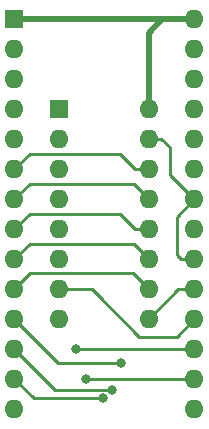
<source format=gbr>
G04 #@! TF.GenerationSoftware,KiCad,Pcbnew,(5.1.4)-1*
G04 #@! TF.CreationDate,2021-03-20T01:01:25-04:00*
G04 #@! TF.ProjectId,27c256_to_82s123,32376332-3536-45f7-946f-5f3832733132,rev?*
G04 #@! TF.SameCoordinates,Original*
G04 #@! TF.FileFunction,Copper,L1,Top*
G04 #@! TF.FilePolarity,Positive*
%FSLAX46Y46*%
G04 Gerber Fmt 4.6, Leading zero omitted, Abs format (unit mm)*
G04 Created by KiCad (PCBNEW (5.1.4)-1) date 2021-03-20 01:01:25*
%MOMM*%
%LPD*%
G04 APERTURE LIST*
%ADD10R,1.600000X1.600000*%
%ADD11O,1.600000X1.600000*%
%ADD12C,0.800000*%
%ADD13C,0.500000*%
%ADD14C,0.250000*%
G04 APERTURE END LIST*
D10*
X161000000Y-94820000D03*
D11*
X168620000Y-112600000D03*
X161000000Y-97360000D03*
X168620000Y-110060000D03*
X161000000Y-99900000D03*
X168620000Y-107520000D03*
X161000000Y-102440000D03*
X168620000Y-104980000D03*
X161000000Y-104980000D03*
X168620000Y-102440000D03*
X161000000Y-107520000D03*
X168620000Y-99900000D03*
X161000000Y-110060000D03*
X168620000Y-97360000D03*
X161000000Y-112600000D03*
X168620000Y-94820000D03*
D10*
X157250000Y-87250000D03*
D11*
X172490000Y-120270000D03*
X157250000Y-89790000D03*
X172490000Y-117730000D03*
X157250000Y-92330000D03*
X172490000Y-115190000D03*
X157250000Y-94870000D03*
X172490000Y-112650000D03*
X157250000Y-97410000D03*
X172490000Y-110110000D03*
X157250000Y-99950000D03*
X172490000Y-107570000D03*
X157250000Y-102490000D03*
X172490000Y-105030000D03*
X157250000Y-105030000D03*
X172490000Y-102490000D03*
X157250000Y-107570000D03*
X172490000Y-99950000D03*
X157250000Y-110110000D03*
X172490000Y-97410000D03*
X157250000Y-112650000D03*
X172490000Y-94870000D03*
X157250000Y-115190000D03*
X172490000Y-92330000D03*
X157250000Y-117730000D03*
X172490000Y-89790000D03*
X157250000Y-120270000D03*
X172490000Y-87250000D03*
D12*
X166310000Y-116350000D03*
X165550000Y-118640000D03*
X164790001Y-119345000D03*
X162450000Y-115180000D03*
X163340000Y-117730000D03*
D13*
X168620000Y-88400000D02*
X169770000Y-87250000D01*
X168620000Y-94820000D02*
X168620000Y-88400000D01*
X172490000Y-87250000D02*
X169770000Y-87250000D01*
X169770000Y-87250000D02*
X157250000Y-87250000D01*
D14*
X167488630Y-104980000D02*
X166208630Y-103700000D01*
X168620000Y-104980000D02*
X167488630Y-104980000D01*
X158580000Y-103700000D02*
X157250000Y-105030000D01*
X166208630Y-103700000D02*
X158580000Y-103700000D01*
X158560000Y-106260000D02*
X157250000Y-107570000D01*
X168620000Y-107520000D02*
X167360000Y-106260000D01*
X167360000Y-106260000D02*
X158560000Y-106260000D01*
X171358630Y-107570000D02*
X171010000Y-107221370D01*
X172490000Y-107570000D02*
X171358630Y-107570000D01*
X171010000Y-103970000D02*
X172490000Y-102490000D01*
X171010000Y-107221370D02*
X171010000Y-103970000D01*
X169700000Y-97360000D02*
X168620000Y-97360000D01*
X170400000Y-98060000D02*
X169700000Y-97360000D01*
X170400000Y-100410000D02*
X170400000Y-98060000D01*
X171680001Y-101690001D02*
X170400000Y-100410000D01*
X171690001Y-101690001D02*
X171680001Y-101690001D01*
X172490000Y-102490000D02*
X171690001Y-101690001D01*
X168620000Y-110060000D02*
X167320000Y-108760000D01*
X158600000Y-108760000D02*
X157250000Y-110110000D01*
X167320000Y-108760000D02*
X158600000Y-108760000D01*
X160960000Y-116360000D02*
X164790001Y-116360000D01*
X157250000Y-112650000D02*
X160960000Y-116360000D01*
X164790001Y-116360000D02*
X166300000Y-116360000D01*
X166300000Y-116360000D02*
X166310000Y-116350000D01*
X168620000Y-102440000D02*
X167370000Y-101190000D01*
X158550000Y-101190000D02*
X157250000Y-102490000D01*
X167370000Y-101190000D02*
X158550000Y-101190000D01*
X157250000Y-115190000D02*
X160680000Y-118620000D01*
X160680000Y-118620000D02*
X165530000Y-118620000D01*
X165530000Y-118620000D02*
X165550000Y-118640000D01*
X167488630Y-99900000D02*
X166218630Y-98630000D01*
X168620000Y-99900000D02*
X167488630Y-99900000D01*
X158570000Y-98630000D02*
X157250000Y-99950000D01*
X166218630Y-98630000D02*
X158570000Y-98630000D01*
X157250000Y-117730000D02*
X158865000Y-119345000D01*
X158865000Y-119345000D02*
X164790001Y-119345000D01*
X172490000Y-112650000D02*
X171020000Y-114120000D01*
X171020000Y-114120000D02*
X167830000Y-114120000D01*
X163770000Y-110060000D02*
X164285000Y-110575000D01*
X161000000Y-110060000D02*
X163770000Y-110060000D01*
X167830000Y-114120000D02*
X164285000Y-110575000D01*
X164315000Y-110605000D02*
X163780000Y-110070000D01*
X172490000Y-115190000D02*
X162460000Y-115190000D01*
X162460000Y-115190000D02*
X162450000Y-115180000D01*
X163340000Y-117730000D02*
X172490000Y-117730000D01*
X171110000Y-110110000D02*
X168620000Y-112600000D01*
X172490000Y-110110000D02*
X171110000Y-110110000D01*
M02*

</source>
